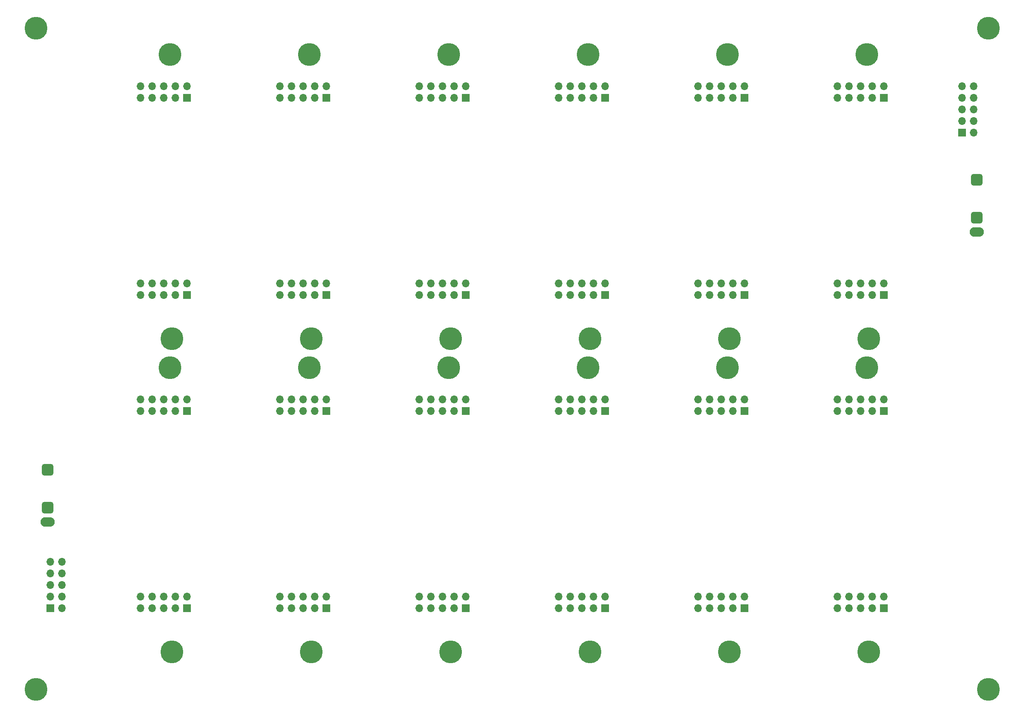
<source format=gbr>
%TF.GenerationSoftware,KiCad,Pcbnew,8.0.5*%
%TF.CreationDate,2024-11-10T10:57:10+05:30*%
%TF.ProjectId,base,62617365-2e6b-4696-9361-645f70636258,rev?*%
%TF.SameCoordinates,Original*%
%TF.FileFunction,Copper,L2,Bot*%
%TF.FilePolarity,Positive*%
%FSLAX46Y46*%
G04 Gerber Fmt 4.6, Leading zero omitted, Abs format (unit mm)*
G04 Created by KiCad (PCBNEW 8.0.5) date 2024-11-10 10:57:10*
%MOMM*%
%LPD*%
G01*
G04 APERTURE LIST*
G04 Aperture macros list*
%AMRoundRect*
0 Rectangle with rounded corners*
0 $1 Rounding radius*
0 $2 $3 $4 $5 $6 $7 $8 $9 X,Y pos of 4 corners*
0 Add a 4 corners polygon primitive as box body*
4,1,4,$2,$3,$4,$5,$6,$7,$8,$9,$2,$3,0*
0 Add four circle primitives for the rounded corners*
1,1,$1+$1,$2,$3*
1,1,$1+$1,$4,$5*
1,1,$1+$1,$6,$7*
1,1,$1+$1,$8,$9*
0 Add four rect primitives between the rounded corners*
20,1,$1+$1,$2,$3,$4,$5,0*
20,1,$1+$1,$4,$5,$6,$7,0*
20,1,$1+$1,$6,$7,$8,$9,0*
20,1,$1+$1,$8,$9,$2,$3,0*%
G04 Aperture macros list end*
%TA.AperFunction,ComponentPad*%
%ADD10RoundRect,0.650000X-0.650000X-0.650000X0.650000X-0.650000X0.650000X0.650000X-0.650000X0.650000X0*%
%TD*%
%TA.AperFunction,ComponentPad*%
%ADD11O,3.100000X2.100000*%
%TD*%
%TA.AperFunction,ComponentPad*%
%ADD12R,1.700000X1.700000*%
%TD*%
%TA.AperFunction,ComponentPad*%
%ADD13O,1.700000X1.700000*%
%TD*%
%TA.AperFunction,ViaPad*%
%ADD14C,5.000000*%
%TD*%
G04 APERTURE END LIST*
D10*
%TO.P,J2,R*%
%TO.N,unconnected-(J2-PadR)*%
X40640000Y-130380000D03*
D11*
%TO.P,J2,S*%
%TO.N,GND*%
X40640000Y-133480000D03*
D10*
%TO.P,J2,T*%
%TO.N,unconnected-(J2-PadT)*%
X40640000Y-122080000D03*
%TD*%
%TO.P,J1,R*%
%TO.N,unconnected-(J1-PadR)*%
X243840000Y-66880000D03*
D11*
%TO.P,J1,S*%
%TO.N,GND*%
X243840000Y-69980000D03*
D10*
%TO.P,J1,T*%
%TO.N,+5V*%
X243840000Y-58580000D03*
%TD*%
D12*
%TO.P,GND2,1,Pin_1*%
%TO.N,GND*%
X101600000Y-83820000D03*
D13*
%TO.P,GND2,2,Pin_2*%
%TO.N,unconnected-(GND2-Pin_2-Pad2)*%
X101600000Y-81280000D03*
%TO.P,GND2,3,Pin_3*%
%TO.N,GND*%
X99060000Y-83820000D03*
%TO.P,GND2,4,Pin_4*%
%TO.N,unconnected-(GND2-Pin_4-Pad4)*%
X99060000Y-81280000D03*
%TO.P,GND2,5,Pin_5*%
%TO.N,GND*%
X96520000Y-83820000D03*
%TO.P,GND2,6,Pin_6*%
%TO.N,unconnected-(GND2-Pin_6-Pad6)*%
X96520000Y-81280000D03*
%TO.P,GND2,7,Pin_7*%
%TO.N,GND*%
X93980000Y-83820000D03*
%TO.P,GND2,8,Pin_8*%
%TO.N,unconnected-(GND2-Pin_8-Pad8)*%
X93980000Y-81280000D03*
%TO.P,GND2,9,Pin_9*%
%TO.N,GND*%
X91440000Y-83820000D03*
%TO.P,GND2,10,Pin_10*%
%TO.N,unconnected-(GND2-Pin_10-Pad10)*%
X91440000Y-81280000D03*
%TD*%
%TO.P,5V13,10,Pin_10*%
%TO.N,GND*%
X243205000Y-38100000D03*
%TO.P,5V13,9,Pin_9*%
%TO.N,+5V*%
X240665000Y-38100000D03*
%TO.P,5V13,8,Pin_8*%
%TO.N,GND*%
X243205000Y-40640000D03*
%TO.P,5V13,7,Pin_7*%
%TO.N,+5V*%
X240665000Y-40640000D03*
%TO.P,5V13,6,Pin_6*%
%TO.N,GND*%
X243205000Y-43180000D03*
%TO.P,5V13,5,Pin_5*%
%TO.N,+5V*%
X240665000Y-43180000D03*
%TO.P,5V13,4,Pin_4*%
%TO.N,GND*%
X243205000Y-45720000D03*
%TO.P,5V13,3,Pin_3*%
%TO.N,+5V*%
X240665000Y-45720000D03*
%TO.P,5V13,2,Pin_2*%
%TO.N,GND*%
X243205000Y-48260000D03*
D12*
%TO.P,5V13,1,Pin_1*%
%TO.N,+5V*%
X240665000Y-48260000D03*
%TD*%
%TO.P,GND8,1,Pin_1*%
%TO.N,GND*%
X101600000Y-152400000D03*
D13*
%TO.P,GND8,2,Pin_2*%
%TO.N,unconnected-(GND8-Pin_2-Pad2)*%
X101600000Y-149860000D03*
%TO.P,GND8,3,Pin_3*%
%TO.N,GND*%
X99060000Y-152400000D03*
%TO.P,GND8,4,Pin_4*%
%TO.N,unconnected-(GND8-Pin_4-Pad4)*%
X99060000Y-149860000D03*
%TO.P,GND8,5,Pin_5*%
%TO.N,GND*%
X96520000Y-152400000D03*
%TO.P,GND8,6,Pin_6*%
%TO.N,unconnected-(GND8-Pin_6-Pad6)*%
X96520000Y-149860000D03*
%TO.P,GND8,7,Pin_7*%
%TO.N,GND*%
X93980000Y-152400000D03*
%TO.P,GND8,8,Pin_8*%
%TO.N,unconnected-(GND8-Pin_8-Pad8)*%
X93980000Y-149860000D03*
%TO.P,GND8,9,Pin_9*%
%TO.N,GND*%
X91440000Y-152400000D03*
%TO.P,GND8,10,Pin_10*%
%TO.N,unconnected-(GND8-Pin_10-Pad10)*%
X91440000Y-149860000D03*
%TD*%
D12*
%TO.P,5V5,1,Pin_1*%
%TO.N,unconnected-(5V5-Pin_1-Pad1)*%
X193040000Y-40640000D03*
D13*
%TO.P,5V5,2,Pin_2*%
%TO.N,+5V*%
X193040000Y-38100000D03*
%TO.P,5V5,3,Pin_3*%
%TO.N,unconnected-(5V5-Pin_3-Pad3)*%
X190500000Y-40640000D03*
%TO.P,5V5,4,Pin_4*%
%TO.N,+5V*%
X190500000Y-38100000D03*
%TO.P,5V5,5,Pin_5*%
%TO.N,unconnected-(5V5-Pin_5-Pad5)*%
X187960000Y-40640000D03*
%TO.P,5V5,6,Pin_6*%
%TO.N,+5V*%
X187960000Y-38100000D03*
%TO.P,5V5,7,Pin_7*%
%TO.N,unconnected-(5V5-Pin_7-Pad7)*%
X185420000Y-40640000D03*
%TO.P,5V5,8,Pin_8*%
%TO.N,+5V*%
X185420000Y-38100000D03*
%TO.P,5V5,9,Pin_9*%
%TO.N,unconnected-(5V5-Pin_9-Pad9)*%
X182880000Y-40640000D03*
%TO.P,5V5,10,Pin_10*%
%TO.N,+5V*%
X182880000Y-38100000D03*
%TD*%
D12*
%TO.P,GND12,1,Pin_1*%
%TO.N,GND*%
X223520000Y-152400000D03*
D13*
%TO.P,GND12,2,Pin_2*%
%TO.N,unconnected-(GND12-Pin_2-Pad2)*%
X223520000Y-149860000D03*
%TO.P,GND12,3,Pin_3*%
%TO.N,GND*%
X220980000Y-152400000D03*
%TO.P,GND12,4,Pin_4*%
%TO.N,unconnected-(GND12-Pin_4-Pad4)*%
X220980000Y-149860000D03*
%TO.P,GND12,5,Pin_5*%
%TO.N,GND*%
X218440000Y-152400000D03*
%TO.P,GND12,6,Pin_6*%
%TO.N,unconnected-(GND12-Pin_6-Pad6)*%
X218440000Y-149860000D03*
%TO.P,GND12,7,Pin_7*%
%TO.N,GND*%
X215900000Y-152400000D03*
%TO.P,GND12,8,Pin_8*%
%TO.N,unconnected-(GND12-Pin_8-Pad8)*%
X215900000Y-149860000D03*
%TO.P,GND12,9,Pin_9*%
%TO.N,GND*%
X213360000Y-152400000D03*
%TO.P,GND12,10,Pin_10*%
%TO.N,unconnected-(GND12-Pin_10-Pad10)*%
X213360000Y-149860000D03*
%TD*%
D12*
%TO.P,5V14,1,Pin_1*%
%TO.N,+5V*%
X41275000Y-152400000D03*
D13*
%TO.P,5V14,2,Pin_2*%
%TO.N,GND*%
X43815000Y-152400000D03*
%TO.P,5V14,3,Pin_3*%
%TO.N,+5V*%
X41275000Y-149860000D03*
%TO.P,5V14,4,Pin_4*%
%TO.N,GND*%
X43815000Y-149860000D03*
%TO.P,5V14,5,Pin_5*%
%TO.N,+5V*%
X41275000Y-147320000D03*
%TO.P,5V14,6,Pin_6*%
%TO.N,GND*%
X43815000Y-147320000D03*
%TO.P,5V14,7,Pin_7*%
%TO.N,+5V*%
X41275000Y-144780000D03*
%TO.P,5V14,8,Pin_8*%
%TO.N,GND*%
X43815000Y-144780000D03*
%TO.P,5V14,9,Pin_9*%
%TO.N,+5V*%
X41275000Y-142240000D03*
%TO.P,5V14,10,Pin_10*%
%TO.N,GND*%
X43815000Y-142240000D03*
%TD*%
D12*
%TO.P,5V3,1,Pin_1*%
%TO.N,unconnected-(5V3-Pin_1-Pad1)*%
X132080000Y-40640000D03*
D13*
%TO.P,5V3,2,Pin_2*%
%TO.N,+5V*%
X132080000Y-38100000D03*
%TO.P,5V3,3,Pin_3*%
%TO.N,unconnected-(5V3-Pin_3-Pad3)*%
X129540000Y-40640000D03*
%TO.P,5V3,4,Pin_4*%
%TO.N,+5V*%
X129540000Y-38100000D03*
%TO.P,5V3,5,Pin_5*%
%TO.N,unconnected-(5V3-Pin_5-Pad5)*%
X127000000Y-40640000D03*
%TO.P,5V3,6,Pin_6*%
%TO.N,+5V*%
X127000000Y-38100000D03*
%TO.P,5V3,7,Pin_7*%
%TO.N,unconnected-(5V3-Pin_7-Pad7)*%
X124460000Y-40640000D03*
%TO.P,5V3,8,Pin_8*%
%TO.N,+5V*%
X124460000Y-38100000D03*
%TO.P,5V3,9,Pin_9*%
%TO.N,unconnected-(5V3-Pin_9-Pad9)*%
X121920000Y-40640000D03*
%TO.P,5V3,10,Pin_10*%
%TO.N,+5V*%
X121920000Y-38100000D03*
%TD*%
D12*
%TO.P,5V12,1,Pin_1*%
%TO.N,unconnected-(5V12-Pin_1-Pad1)*%
X223520000Y-109220000D03*
D13*
%TO.P,5V12,2,Pin_2*%
%TO.N,+5V*%
X223520000Y-106680000D03*
%TO.P,5V12,3,Pin_3*%
%TO.N,unconnected-(5V12-Pin_3-Pad3)*%
X220980000Y-109220000D03*
%TO.P,5V12,4,Pin_4*%
%TO.N,+5V*%
X220980000Y-106680000D03*
%TO.P,5V12,5,Pin_5*%
%TO.N,unconnected-(5V12-Pin_5-Pad5)*%
X218440000Y-109220000D03*
%TO.P,5V12,6,Pin_6*%
%TO.N,+5V*%
X218440000Y-106680000D03*
%TO.P,5V12,7,Pin_7*%
%TO.N,unconnected-(5V12-Pin_7-Pad7)*%
X215900000Y-109220000D03*
%TO.P,5V12,8,Pin_8*%
%TO.N,+5V*%
X215900000Y-106680000D03*
%TO.P,5V12,9,Pin_9*%
%TO.N,unconnected-(5V12-Pin_9-Pad9)*%
X213360000Y-109220000D03*
%TO.P,5V12,10,Pin_10*%
%TO.N,+5V*%
X213360000Y-106680000D03*
%TD*%
D12*
%TO.P,5V7,1,Pin_1*%
%TO.N,unconnected-(5V7-Pin_1-Pad1)*%
X71120000Y-109220000D03*
D13*
%TO.P,5V7,2,Pin_2*%
%TO.N,+5V*%
X71120000Y-106680000D03*
%TO.P,5V7,3,Pin_3*%
%TO.N,unconnected-(5V7-Pin_3-Pad3)*%
X68580000Y-109220000D03*
%TO.P,5V7,4,Pin_4*%
%TO.N,+5V*%
X68580000Y-106680000D03*
%TO.P,5V7,5,Pin_5*%
%TO.N,unconnected-(5V7-Pin_5-Pad5)*%
X66040000Y-109220000D03*
%TO.P,5V7,6,Pin_6*%
%TO.N,+5V*%
X66040000Y-106680000D03*
%TO.P,5V7,7,Pin_7*%
%TO.N,unconnected-(5V7-Pin_7-Pad7)*%
X63500000Y-109220000D03*
%TO.P,5V7,8,Pin_8*%
%TO.N,+5V*%
X63500000Y-106680000D03*
%TO.P,5V7,9,Pin_9*%
%TO.N,unconnected-(5V7-Pin_9-Pad9)*%
X60960000Y-109220000D03*
%TO.P,5V7,10,Pin_10*%
%TO.N,+5V*%
X60960000Y-106680000D03*
%TD*%
D12*
%TO.P,GND7,1,Pin_1*%
%TO.N,GND*%
X71120000Y-152400000D03*
D13*
%TO.P,GND7,2,Pin_2*%
%TO.N,unconnected-(GND7-Pin_2-Pad2)*%
X71120000Y-149860000D03*
%TO.P,GND7,3,Pin_3*%
%TO.N,GND*%
X68580000Y-152400000D03*
%TO.P,GND7,4,Pin_4*%
%TO.N,unconnected-(GND7-Pin_4-Pad4)*%
X68580000Y-149860000D03*
%TO.P,GND7,5,Pin_5*%
%TO.N,GND*%
X66040000Y-152400000D03*
%TO.P,GND7,6,Pin_6*%
%TO.N,unconnected-(GND7-Pin_6-Pad6)*%
X66040000Y-149860000D03*
%TO.P,GND7,7,Pin_7*%
%TO.N,GND*%
X63500000Y-152400000D03*
%TO.P,GND7,8,Pin_8*%
%TO.N,unconnected-(GND7-Pin_8-Pad8)*%
X63500000Y-149860000D03*
%TO.P,GND7,9,Pin_9*%
%TO.N,GND*%
X60960000Y-152400000D03*
%TO.P,GND7,10,Pin_10*%
%TO.N,unconnected-(GND7-Pin_10-Pad10)*%
X60960000Y-149860000D03*
%TD*%
D12*
%TO.P,5V8,1,Pin_1*%
%TO.N,unconnected-(5V8-Pin_1-Pad1)*%
X101600000Y-109220000D03*
D13*
%TO.P,5V8,2,Pin_2*%
%TO.N,+5V*%
X101600000Y-106680000D03*
%TO.P,5V8,3,Pin_3*%
%TO.N,unconnected-(5V8-Pin_3-Pad3)*%
X99060000Y-109220000D03*
%TO.P,5V8,4,Pin_4*%
%TO.N,+5V*%
X99060000Y-106680000D03*
%TO.P,5V8,5,Pin_5*%
%TO.N,unconnected-(5V8-Pin_5-Pad5)*%
X96520000Y-109220000D03*
%TO.P,5V8,6,Pin_6*%
%TO.N,+5V*%
X96520000Y-106680000D03*
%TO.P,5V8,7,Pin_7*%
%TO.N,unconnected-(5V8-Pin_7-Pad7)*%
X93980000Y-109220000D03*
%TO.P,5V8,8,Pin_8*%
%TO.N,+5V*%
X93980000Y-106680000D03*
%TO.P,5V8,9,Pin_9*%
%TO.N,unconnected-(5V8-Pin_9-Pad9)*%
X91440000Y-109220000D03*
%TO.P,5V8,10,Pin_10*%
%TO.N,+5V*%
X91440000Y-106680000D03*
%TD*%
D12*
%TO.P,GND10,1,Pin_1*%
%TO.N,GND*%
X162560000Y-152400000D03*
D13*
%TO.P,GND10,2,Pin_2*%
%TO.N,unconnected-(GND10-Pin_2-Pad2)*%
X162560000Y-149860000D03*
%TO.P,GND10,3,Pin_3*%
%TO.N,GND*%
X160020000Y-152400000D03*
%TO.P,GND10,4,Pin_4*%
%TO.N,unconnected-(GND10-Pin_4-Pad4)*%
X160020000Y-149860000D03*
%TO.P,GND10,5,Pin_5*%
%TO.N,GND*%
X157480000Y-152400000D03*
%TO.P,GND10,6,Pin_6*%
%TO.N,unconnected-(GND10-Pin_6-Pad6)*%
X157480000Y-149860000D03*
%TO.P,GND10,7,Pin_7*%
%TO.N,GND*%
X154940000Y-152400000D03*
%TO.P,GND10,8,Pin_8*%
%TO.N,unconnected-(GND10-Pin_8-Pad8)*%
X154940000Y-149860000D03*
%TO.P,GND10,9,Pin_9*%
%TO.N,GND*%
X152400000Y-152400000D03*
%TO.P,GND10,10,Pin_10*%
%TO.N,unconnected-(GND10-Pin_10-Pad10)*%
X152400000Y-149860000D03*
%TD*%
D12*
%TO.P,GND6,1,Pin_1*%
%TO.N,GND*%
X223520000Y-83820000D03*
D13*
%TO.P,GND6,2,Pin_2*%
%TO.N,unconnected-(GND6-Pin_2-Pad2)*%
X223520000Y-81280000D03*
%TO.P,GND6,3,Pin_3*%
%TO.N,GND*%
X220980000Y-83820000D03*
%TO.P,GND6,4,Pin_4*%
%TO.N,unconnected-(GND6-Pin_4-Pad4)*%
X220980000Y-81280000D03*
%TO.P,GND6,5,Pin_5*%
%TO.N,GND*%
X218440000Y-83820000D03*
%TO.P,GND6,6,Pin_6*%
%TO.N,unconnected-(GND6-Pin_6-Pad6)*%
X218440000Y-81280000D03*
%TO.P,GND6,7,Pin_7*%
%TO.N,GND*%
X215900000Y-83820000D03*
%TO.P,GND6,8,Pin_8*%
%TO.N,unconnected-(GND6-Pin_8-Pad8)*%
X215900000Y-81280000D03*
%TO.P,GND6,9,Pin_9*%
%TO.N,GND*%
X213360000Y-83820000D03*
%TO.P,GND6,10,Pin_10*%
%TO.N,unconnected-(GND6-Pin_10-Pad10)*%
X213360000Y-81280000D03*
%TD*%
D12*
%TO.P,GND9,1,Pin_1*%
%TO.N,GND*%
X132080000Y-152400000D03*
D13*
%TO.P,GND9,2,Pin_2*%
%TO.N,unconnected-(GND9-Pin_2-Pad2)*%
X132080000Y-149860000D03*
%TO.P,GND9,3,Pin_3*%
%TO.N,GND*%
X129540000Y-152400000D03*
%TO.P,GND9,4,Pin_4*%
%TO.N,unconnected-(GND9-Pin_4-Pad4)*%
X129540000Y-149860000D03*
%TO.P,GND9,5,Pin_5*%
%TO.N,GND*%
X127000000Y-152400000D03*
%TO.P,GND9,6,Pin_6*%
%TO.N,unconnected-(GND9-Pin_6-Pad6)*%
X127000000Y-149860000D03*
%TO.P,GND9,7,Pin_7*%
%TO.N,GND*%
X124460000Y-152400000D03*
%TO.P,GND9,8,Pin_8*%
%TO.N,unconnected-(GND9-Pin_8-Pad8)*%
X124460000Y-149860000D03*
%TO.P,GND9,9,Pin_9*%
%TO.N,GND*%
X121920000Y-152400000D03*
%TO.P,GND9,10,Pin_10*%
%TO.N,unconnected-(GND9-Pin_10-Pad10)*%
X121920000Y-149860000D03*
%TD*%
D12*
%TO.P,GND3,1,Pin_1*%
%TO.N,GND*%
X132080000Y-83820000D03*
D13*
%TO.P,GND3,2,Pin_2*%
%TO.N,unconnected-(GND3-Pin_2-Pad2)*%
X132080000Y-81280000D03*
%TO.P,GND3,3,Pin_3*%
%TO.N,GND*%
X129540000Y-83820000D03*
%TO.P,GND3,4,Pin_4*%
%TO.N,unconnected-(GND3-Pin_4-Pad4)*%
X129540000Y-81280000D03*
%TO.P,GND3,5,Pin_5*%
%TO.N,GND*%
X127000000Y-83820000D03*
%TO.P,GND3,6,Pin_6*%
%TO.N,unconnected-(GND3-Pin_6-Pad6)*%
X127000000Y-81280000D03*
%TO.P,GND3,7,Pin_7*%
%TO.N,GND*%
X124460000Y-83820000D03*
%TO.P,GND3,8,Pin_8*%
%TO.N,unconnected-(GND3-Pin_8-Pad8)*%
X124460000Y-81280000D03*
%TO.P,GND3,9,Pin_9*%
%TO.N,GND*%
X121920000Y-83820000D03*
%TO.P,GND3,10,Pin_10*%
%TO.N,unconnected-(GND3-Pin_10-Pad10)*%
X121920000Y-81280000D03*
%TD*%
D12*
%TO.P,5V10,1,Pin_1*%
%TO.N,unconnected-(5V10-Pin_1-Pad1)*%
X162560000Y-109220000D03*
D13*
%TO.P,5V10,2,Pin_2*%
%TO.N,+5V*%
X162560000Y-106680000D03*
%TO.P,5V10,3,Pin_3*%
%TO.N,unconnected-(5V10-Pin_3-Pad3)*%
X160020000Y-109220000D03*
%TO.P,5V10,4,Pin_4*%
%TO.N,+5V*%
X160020000Y-106680000D03*
%TO.P,5V10,5,Pin_5*%
%TO.N,unconnected-(5V10-Pin_5-Pad5)*%
X157480000Y-109220000D03*
%TO.P,5V10,6,Pin_6*%
%TO.N,+5V*%
X157480000Y-106680000D03*
%TO.P,5V10,7,Pin_7*%
%TO.N,unconnected-(5V10-Pin_7-Pad7)*%
X154940000Y-109220000D03*
%TO.P,5V10,8,Pin_8*%
%TO.N,+5V*%
X154940000Y-106680000D03*
%TO.P,5V10,9,Pin_9*%
%TO.N,unconnected-(5V10-Pin_9-Pad9)*%
X152400000Y-109220000D03*
%TO.P,5V10,10,Pin_10*%
%TO.N,+5V*%
X152400000Y-106680000D03*
%TD*%
D12*
%TO.P,GND5,1,Pin_1*%
%TO.N,GND*%
X193040000Y-83820000D03*
D13*
%TO.P,GND5,2,Pin_2*%
%TO.N,unconnected-(GND5-Pin_2-Pad2)*%
X193040000Y-81280000D03*
%TO.P,GND5,3,Pin_3*%
%TO.N,GND*%
X190500000Y-83820000D03*
%TO.P,GND5,4,Pin_4*%
%TO.N,unconnected-(GND5-Pin_4-Pad4)*%
X190500000Y-81280000D03*
%TO.P,GND5,5,Pin_5*%
%TO.N,GND*%
X187960000Y-83820000D03*
%TO.P,GND5,6,Pin_6*%
%TO.N,unconnected-(GND5-Pin_6-Pad6)*%
X187960000Y-81280000D03*
%TO.P,GND5,7,Pin_7*%
%TO.N,GND*%
X185420000Y-83820000D03*
%TO.P,GND5,8,Pin_8*%
%TO.N,unconnected-(GND5-Pin_8-Pad8)*%
X185420000Y-81280000D03*
%TO.P,GND5,9,Pin_9*%
%TO.N,GND*%
X182880000Y-83820000D03*
%TO.P,GND5,10,Pin_10*%
%TO.N,unconnected-(GND5-Pin_10-Pad10)*%
X182880000Y-81280000D03*
%TD*%
D12*
%TO.P,5V4,1,Pin_1*%
%TO.N,unconnected-(5V4-Pin_1-Pad1)*%
X162560000Y-40640000D03*
D13*
%TO.P,5V4,2,Pin_2*%
%TO.N,+5V*%
X162560000Y-38100000D03*
%TO.P,5V4,3,Pin_3*%
%TO.N,unconnected-(5V4-Pin_3-Pad3)*%
X160020000Y-40640000D03*
%TO.P,5V4,4,Pin_4*%
%TO.N,+5V*%
X160020000Y-38100000D03*
%TO.P,5V4,5,Pin_5*%
%TO.N,unconnected-(5V4-Pin_5-Pad5)*%
X157480000Y-40640000D03*
%TO.P,5V4,6,Pin_6*%
%TO.N,+5V*%
X157480000Y-38100000D03*
%TO.P,5V4,7,Pin_7*%
%TO.N,unconnected-(5V4-Pin_7-Pad7)*%
X154940000Y-40640000D03*
%TO.P,5V4,8,Pin_8*%
%TO.N,+5V*%
X154940000Y-38100000D03*
%TO.P,5V4,9,Pin_9*%
%TO.N,unconnected-(5V4-Pin_9-Pad9)*%
X152400000Y-40640000D03*
%TO.P,5V4,10,Pin_10*%
%TO.N,+5V*%
X152400000Y-38100000D03*
%TD*%
D12*
%TO.P,GND1,1,Pin_1*%
%TO.N,GND*%
X71120000Y-83820000D03*
D13*
%TO.P,GND1,2,Pin_2*%
%TO.N,unconnected-(GND1-Pin_2-Pad2)*%
X71120000Y-81280000D03*
%TO.P,GND1,3,Pin_3*%
%TO.N,GND*%
X68580000Y-83820000D03*
%TO.P,GND1,4,Pin_4*%
%TO.N,unconnected-(GND1-Pin_4-Pad4)*%
X68580000Y-81280000D03*
%TO.P,GND1,5,Pin_5*%
%TO.N,GND*%
X66040000Y-83820000D03*
%TO.P,GND1,6,Pin_6*%
%TO.N,unconnected-(GND1-Pin_6-Pad6)*%
X66040000Y-81280000D03*
%TO.P,GND1,7,Pin_7*%
%TO.N,GND*%
X63500000Y-83820000D03*
%TO.P,GND1,8,Pin_8*%
%TO.N,unconnected-(GND1-Pin_8-Pad8)*%
X63500000Y-81280000D03*
%TO.P,GND1,9,Pin_9*%
%TO.N,GND*%
X60960000Y-83820000D03*
%TO.P,GND1,10,Pin_10*%
%TO.N,unconnected-(GND1-Pin_10-Pad10)*%
X60960000Y-81280000D03*
%TD*%
D12*
%TO.P,5V1,1,Pin_1*%
%TO.N,unconnected-(5V1-Pin_1-Pad1)*%
X71120000Y-40640000D03*
D13*
%TO.P,5V1,2,Pin_2*%
%TO.N,+5V*%
X71120000Y-38100000D03*
%TO.P,5V1,3,Pin_3*%
%TO.N,unconnected-(5V1-Pin_3-Pad3)*%
X68580000Y-40640000D03*
%TO.P,5V1,4,Pin_4*%
%TO.N,+5V*%
X68580000Y-38100000D03*
%TO.P,5V1,5,Pin_5*%
%TO.N,unconnected-(5V1-Pin_5-Pad5)*%
X66040000Y-40640000D03*
%TO.P,5V1,6,Pin_6*%
%TO.N,+5V*%
X66040000Y-38100000D03*
%TO.P,5V1,7,Pin_7*%
%TO.N,unconnected-(5V1-Pin_7-Pad7)*%
X63500000Y-40640000D03*
%TO.P,5V1,8,Pin_8*%
%TO.N,+5V*%
X63500000Y-38100000D03*
%TO.P,5V1,9,Pin_9*%
%TO.N,unconnected-(5V1-Pin_9-Pad9)*%
X60960000Y-40640000D03*
%TO.P,5V1,10,Pin_10*%
%TO.N,+5V*%
X60960000Y-38100000D03*
%TD*%
D12*
%TO.P,GND4,1,Pin_1*%
%TO.N,GND*%
X162560000Y-83820000D03*
D13*
%TO.P,GND4,2,Pin_2*%
%TO.N,unconnected-(GND4-Pin_2-Pad2)*%
X162560000Y-81280000D03*
%TO.P,GND4,3,Pin_3*%
%TO.N,GND*%
X160020000Y-83820000D03*
%TO.P,GND4,4,Pin_4*%
%TO.N,unconnected-(GND4-Pin_4-Pad4)*%
X160020000Y-81280000D03*
%TO.P,GND4,5,Pin_5*%
%TO.N,GND*%
X157480000Y-83820000D03*
%TO.P,GND4,6,Pin_6*%
%TO.N,unconnected-(GND4-Pin_6-Pad6)*%
X157480000Y-81280000D03*
%TO.P,GND4,7,Pin_7*%
%TO.N,GND*%
X154940000Y-83820000D03*
%TO.P,GND4,8,Pin_8*%
%TO.N,unconnected-(GND4-Pin_8-Pad8)*%
X154940000Y-81280000D03*
%TO.P,GND4,9,Pin_9*%
%TO.N,GND*%
X152400000Y-83820000D03*
%TO.P,GND4,10,Pin_10*%
%TO.N,unconnected-(GND4-Pin_10-Pad10)*%
X152400000Y-81280000D03*
%TD*%
D12*
%TO.P,5V6,1,Pin_1*%
%TO.N,unconnected-(5V6-Pin_1-Pad1)*%
X223520000Y-40640000D03*
D13*
%TO.P,5V6,2,Pin_2*%
%TO.N,+5V*%
X223520000Y-38100000D03*
%TO.P,5V6,3,Pin_3*%
%TO.N,unconnected-(5V6-Pin_3-Pad3)*%
X220980000Y-40640000D03*
%TO.P,5V6,4,Pin_4*%
%TO.N,+5V*%
X220980000Y-38100000D03*
%TO.P,5V6,5,Pin_5*%
%TO.N,unconnected-(5V6-Pin_5-Pad5)*%
X218440000Y-40640000D03*
%TO.P,5V6,6,Pin_6*%
%TO.N,+5V*%
X218440000Y-38100000D03*
%TO.P,5V6,7,Pin_7*%
%TO.N,unconnected-(5V6-Pin_7-Pad7)*%
X215900000Y-40640000D03*
%TO.P,5V6,8,Pin_8*%
%TO.N,+5V*%
X215900000Y-38100000D03*
%TO.P,5V6,9,Pin_9*%
%TO.N,unconnected-(5V6-Pin_9-Pad9)*%
X213360000Y-40640000D03*
%TO.P,5V6,10,Pin_10*%
%TO.N,+5V*%
X213360000Y-38100000D03*
%TD*%
D12*
%TO.P,GND11,1,Pin_1*%
%TO.N,GND*%
X193040000Y-152400000D03*
D13*
%TO.P,GND11,2,Pin_2*%
%TO.N,unconnected-(GND11-Pin_2-Pad2)*%
X193040000Y-149860000D03*
%TO.P,GND11,3,Pin_3*%
%TO.N,GND*%
X190500000Y-152400000D03*
%TO.P,GND11,4,Pin_4*%
%TO.N,unconnected-(GND11-Pin_4-Pad4)*%
X190500000Y-149860000D03*
%TO.P,GND11,5,Pin_5*%
%TO.N,GND*%
X187960000Y-152400000D03*
%TO.P,GND11,6,Pin_6*%
%TO.N,unconnected-(GND11-Pin_6-Pad6)*%
X187960000Y-149860000D03*
%TO.P,GND11,7,Pin_7*%
%TO.N,GND*%
X185420000Y-152400000D03*
%TO.P,GND11,8,Pin_8*%
%TO.N,unconnected-(GND11-Pin_8-Pad8)*%
X185420000Y-149860000D03*
%TO.P,GND11,9,Pin_9*%
%TO.N,GND*%
X182880000Y-152400000D03*
%TO.P,GND11,10,Pin_10*%
%TO.N,unconnected-(GND11-Pin_10-Pad10)*%
X182880000Y-149860000D03*
%TD*%
D12*
%TO.P,5V9,1,Pin_1*%
%TO.N,unconnected-(5V9-Pin_1-Pad1)*%
X132080000Y-109220000D03*
D13*
%TO.P,5V9,2,Pin_2*%
%TO.N,+5V*%
X132080000Y-106680000D03*
%TO.P,5V9,3,Pin_3*%
%TO.N,unconnected-(5V9-Pin_3-Pad3)*%
X129540000Y-109220000D03*
%TO.P,5V9,4,Pin_4*%
%TO.N,+5V*%
X129540000Y-106680000D03*
%TO.P,5V9,5,Pin_5*%
%TO.N,unconnected-(5V9-Pin_5-Pad5)*%
X127000000Y-109220000D03*
%TO.P,5V9,6,Pin_6*%
%TO.N,+5V*%
X127000000Y-106680000D03*
%TO.P,5V9,7,Pin_7*%
%TO.N,unconnected-(5V9-Pin_7-Pad7)*%
X124460000Y-109220000D03*
%TO.P,5V9,8,Pin_8*%
%TO.N,+5V*%
X124460000Y-106680000D03*
%TO.P,5V9,9,Pin_9*%
%TO.N,unconnected-(5V9-Pin_9-Pad9)*%
X121920000Y-109220000D03*
%TO.P,5V9,10,Pin_10*%
%TO.N,+5V*%
X121920000Y-106680000D03*
%TD*%
D12*
%TO.P,5V11,1,Pin_1*%
%TO.N,unconnected-(5V11-Pin_1-Pad1)*%
X193040000Y-109220000D03*
D13*
%TO.P,5V11,2,Pin_2*%
%TO.N,+5V*%
X193040000Y-106680000D03*
%TO.P,5V11,3,Pin_3*%
%TO.N,unconnected-(5V11-Pin_3-Pad3)*%
X190500000Y-109220000D03*
%TO.P,5V11,4,Pin_4*%
%TO.N,+5V*%
X190500000Y-106680000D03*
%TO.P,5V11,5,Pin_5*%
%TO.N,unconnected-(5V11-Pin_5-Pad5)*%
X187960000Y-109220000D03*
%TO.P,5V11,6,Pin_6*%
%TO.N,+5V*%
X187960000Y-106680000D03*
%TO.P,5V11,7,Pin_7*%
%TO.N,unconnected-(5V11-Pin_7-Pad7)*%
X185420000Y-109220000D03*
%TO.P,5V11,8,Pin_8*%
%TO.N,+5V*%
X185420000Y-106680000D03*
%TO.P,5V11,9,Pin_9*%
%TO.N,unconnected-(5V11-Pin_9-Pad9)*%
X182880000Y-109220000D03*
%TO.P,5V11,10,Pin_10*%
%TO.N,+5V*%
X182880000Y-106680000D03*
%TD*%
D12*
%TO.P,5V2,1,Pin_1*%
%TO.N,unconnected-(5V2-Pin_1-Pad1)*%
X101600000Y-40640000D03*
D13*
%TO.P,5V2,2,Pin_2*%
%TO.N,+5V*%
X101600000Y-38100000D03*
%TO.P,5V2,3,Pin_3*%
%TO.N,unconnected-(5V2-Pin_3-Pad3)*%
X99060000Y-40640000D03*
%TO.P,5V2,4,Pin_4*%
%TO.N,+5V*%
X99060000Y-38100000D03*
%TO.P,5V2,5,Pin_5*%
%TO.N,unconnected-(5V2-Pin_5-Pad5)*%
X96520000Y-40640000D03*
%TO.P,5V2,6,Pin_6*%
%TO.N,+5V*%
X96520000Y-38100000D03*
%TO.P,5V2,7,Pin_7*%
%TO.N,unconnected-(5V2-Pin_7-Pad7)*%
X93980000Y-40640000D03*
%TO.P,5V2,8,Pin_8*%
%TO.N,+5V*%
X93980000Y-38100000D03*
%TO.P,5V2,9,Pin_9*%
%TO.N,unconnected-(5V2-Pin_9-Pad9)*%
X91440000Y-40640000D03*
%TO.P,5V2,10,Pin_10*%
%TO.N,+5V*%
X91440000Y-38100000D03*
%TD*%
D14*
%TO.N,*%
X158897580Y-99695000D03*
X246380000Y-25400000D03*
X219857580Y-31115000D03*
X158897580Y-31115000D03*
X219857580Y-99695000D03*
X97937580Y-99695000D03*
X128417580Y-31115000D03*
X97937580Y-31115000D03*
X67864908Y-161925000D03*
X189377580Y-31115000D03*
X159304908Y-93345000D03*
X220264908Y-161925000D03*
X128824908Y-161925000D03*
X128824908Y-93345000D03*
X246380000Y-170180000D03*
X67864908Y-93345000D03*
X220264908Y-93345000D03*
X38100000Y-25400000D03*
X128417580Y-99695000D03*
X98344908Y-161925000D03*
X67457580Y-99695000D03*
X38100000Y-170180000D03*
X189784908Y-93345000D03*
X67457580Y-31115000D03*
X159304908Y-161925000D03*
X98344908Y-93345000D03*
X189377580Y-99695000D03*
X189784908Y-161925000D03*
%TD*%
M02*

</source>
